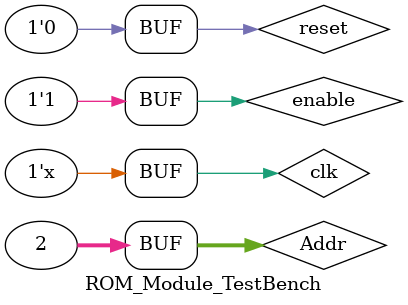
<source format=v>
`timescale 1ns / 1ps


module ROM_Module_TestBench;

    reg clk, reset, enable;
    reg [31:0] Addr;
    wire [31:0] result;

    ROM_Module uut(.Addr(Addr), .IR(result), 
                    .ROMEnable(enable), .clk(clk),  .reset(reset) );

    initial begin
        #100;
        clk = 0;
        reset = 0;
        enable = 0;
        Addr = 32'b00000000000000000000000000000000;
        # 30 enable = 1;
        # 30 Addr = 32'b00000000000000000000000000000001;
        # 30 Addr = 32'b00000000000000000000000000000010;
    end
    always
        #10 clk = ~clk;
endmodule

</source>
